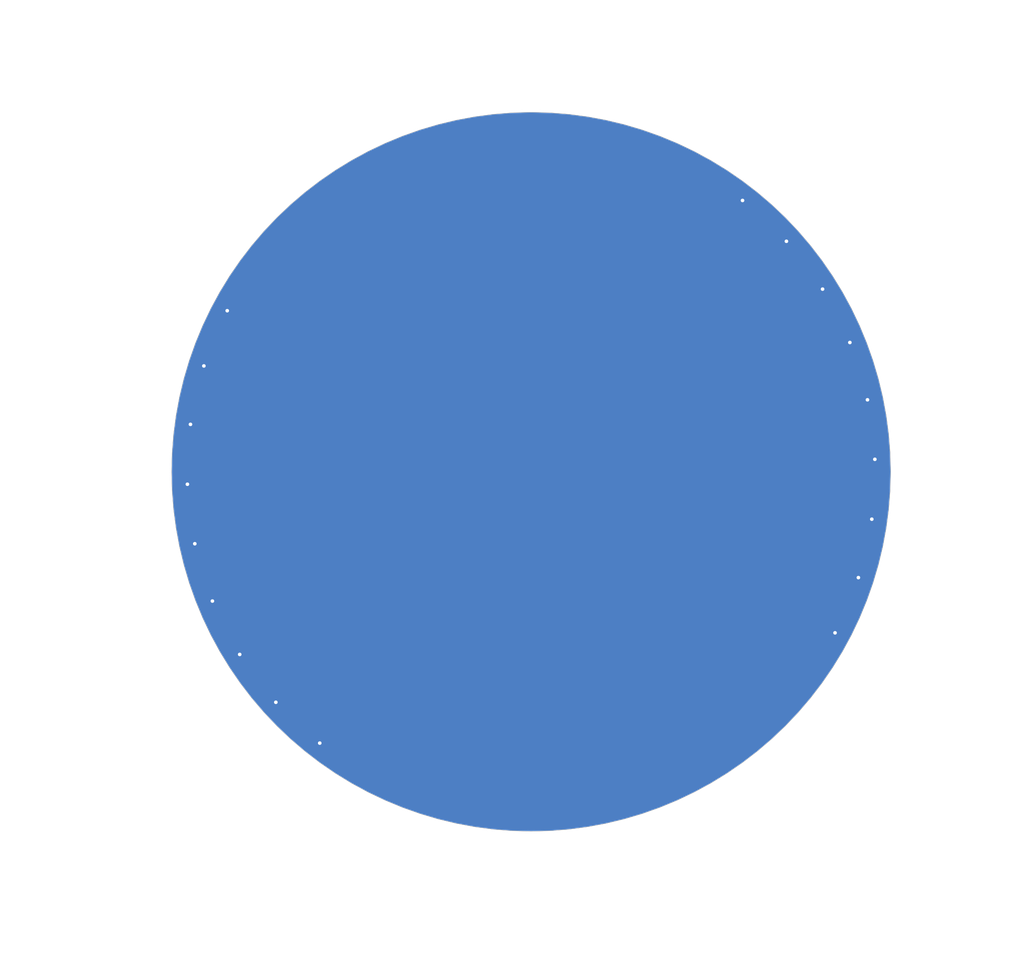
<source format=kicad_pcb>
(kicad_pcb (version 20211014) (generator pcbnew)
  (layers (0 "F.Cu" signal) (31 "B.Cu" signal) (34 "B.Paste" user) (35 "F.Paste" user) (36 "B.SilkS" user "B.Silkscreen") (37 "F.SilkS" user "F.Silkscreen") (38 "B.Mask" user) (39 "F.Mask" user) (44 "Edge.Cuts" user))
  (net 0 "")
  (net 1 "GND")
  (footprint "Mlab_Pin_Headers:SMD_1x1" (layer "F.Cu") (at 126.2668 83.866 -35)
    (fp_text reference "J1" hide)
    (fp_text value "HEADER_1x01" hide)
    (pad "1" smd rect locked (at 0 0 325) (size 4 1.2) (layers "F.Cu" "F.Paste" "F.Mask") (net 1 "GND"))
  )
  (gr_poly locked (pts (xy 142.093433 129.94519) (xy 144.181133 129.780883) (xy 146.257373 129.507484) (xy 148.316463 129.125885) (xy 150.35279 128.636985) (xy 152.360691 128.042282) (xy 154.33469 127.343185) (xy 156.269489 126.541786) (xy 158.159587 125.640289) (xy 159.999988 124.640983) (xy 161.785587 123.546783) (xy 163.511386 122.360687) (xy 165.172782 121.085784) (xy 166.765182 119.725784) (xy 168.284286 118.284286) (xy 169.725784 116.765182) (xy 171.085784 115.172782) (xy 172.360687 113.511386) (xy 173.546783 111.785587) (xy 174.640983 109.999988) (xy 175.640289 108.159587) (xy 176.541786 106.269489) (xy 177.343185 104.33469) (xy 178.042282 102.360691) (xy 178.636985 100.35279) (xy 179.125885 98.316463) (xy 179.507484 96.257373) (xy 179.780883 94.181133) (xy 179.94519 92.093433) (xy 179.999984 89.999992) (xy 179.94519 87.906551) (xy 179.780883 85.818851) (xy 179.507484 83.74261) (xy 179.125885 81.683523) (xy 178.636985 79.647193) (xy 178.042282 77.639295) (xy 177.343185 75.665296) (xy 176.541786 73.730495) (xy 175.640289 71.840396) (xy 174.640983 69.999996) (xy 173.546783 68.214395) (xy 172.360687 66.488595) (xy 171.085784 64.827197) (xy 169.725784 63.234798) (xy 168.284286 61.715698) (xy 166.765182 60.274198) (xy 165.172782 58.914197) (xy 163.511386 57.639299) (xy 161.785587 56.4532) (xy 159.999988 55.359) (xy 158.159587 54.359698) (xy 156.269489 53.458197) (xy 154.33469 52.656798) (xy 152.360691 51.957698) (xy 150.35279 51.362998) (xy 148.316463 50.874099) (xy 146.257373 50.4925) (xy 144.181133 50.2191) (xy 142.093433 50.054798) (xy 139.999992 50) (xy 137.906551 50.054798) (xy 135.818851 50.2191) (xy 133.74261 50.4925) (xy 131.683523 50.874099) (xy 129.647193 51.362998) (xy 127.639295 51.957698) (xy 125.665296 52.656798) (xy 123.730495 53.458197) (xy 121.840396 54.359698) (xy 119.999996 55.359) (xy 118.214395 56.4532) (xy 116.488595 57.639299) (xy 114.827197 58.914197) (xy 113.234798 60.274198) (xy 111.715698 61.715698) (xy 110.274198 63.234798) (xy 108.914197 64.827197) (xy 107.639299 66.488595) (xy 106.4532 68.214395) (xy 105.359 69.999996) (xy 104.359698 71.840396) (xy 103.458197 73.730495) (xy 102.656798 75.665296) (xy 101.957698 77.639295) (xy 101.362998 79.647193) (xy 100.874099 81.683523) (xy 100.4925 83.74261) (xy 100.2191 85.818851) (xy 100.054798 87.906551) (xy 100 89.999992) (xy 100.054798 92.093433) (xy 100.2191 94.181133) (xy 100.4925 96.257373) (xy 100.874099 98.316463) (xy 101.362998 100.35279) (xy 101.957698 102.360691) (xy 102.656798 104.33469) (xy 103.458197 106.269489) (xy 104.359698 108.159587) (xy 105.359 109.999988) (xy 106.4532 111.785587) (xy 107.639299 113.511386) (xy 108.914197 115.172782) (xy 110.274198 116.765182) (xy 111.715698 118.284286) (xy 113.234798 119.725784) (xy 114.827197 121.085784) (xy 116.488595 122.360687) (xy 118.214395 123.546783) (xy 119.999996 124.640983) (xy 121.840396 125.640289) (xy 123.730495 126.541786) (xy 125.665296 127.343185) (xy 127.639295 128.042282) (xy 129.647193 128.636985) (xy 131.683523 129.125885) (xy 133.74261 129.507484) (xy 135.818851 129.780883) (xy 137.906551 129.94519) (xy 139.999992 129.999984) (xy 142.093433 129.94519)) (layer "Edge.Cuts") (width 0.049999) (fill none))
  (via (at 106.190913 72.08187) (size 0.8) (drill 0.4) (layers "F.Cu" "B.Cu") (net 1))
  (via (at 178.238593 88.613013) (size 0.8) (drill 0.4) (layers "F.Cu" "B.Cu") (net 1))
  (via (at 176.406901 101.775027) (size 0.8) (drill 0.4) (layers "F.Cu" "B.Cu") (net 1))
  (via (at 107.577901 110.320463) (size 0.8) (drill 0.4) (layers "F.Cu" "B.Cu") (net 1))
  (via (at 102.101489 84.725854) (size 0.8) (drill 0.4) (layers "F.Cu" "B.Cu") (net 1))
  (via (at 103.593099 78.224973) (size 0.8) (drill 0.4) (layers "F.Cu" "B.Cu") (net 1))
  (via (at 111.599076 115.641788) (size 0.8) (drill 0.4) (layers "F.Cu" "B.Cu") (net 1))
  (via (at 177.898511 95.274146) (size 0.8) (drill 0.4) (layers "F.Cu" "B.Cu") (net 1))
  (via (at 168.400924 64.358212) (size 0.8) (drill 0.4) (layers "F.Cu" "B.Cu") (net 1))
  (via (at 177.416815 81.994022) (size 0.8) (drill 0.4) (layers "F.Cu" "B.Cu") (net 1))
  (via (at 104.541854 104.381711) (size 0.8) (drill 0.4) (layers "F.Cu" "B.Cu") (net 1))
  (via (at 175.458146 75.618289) (size 0.8) (drill 0.4) (layers "F.Cu" "B.Cu") (net 1))
  (via (at 116.4832 120.184) (size 0.8) (drill 0.4) (layers "F.Cu" "B.Cu") (net 1))
  (via (at 101.761407 91.386987) (size 0.8) (drill 0.4) (layers "F.Cu" "B.Cu") (net 1))
  (via (at 163.5168 59.816) (size 0.8) (drill 0.4) (layers "F.Cu" "B.Cu") (net 1))
  (via (at 173.809087 107.91813) (size 0.8) (drill 0.4) (layers "F.Cu" "B.Cu") (net 1))
  (via (at 172.422099 69.679537) (size 0.8) (drill 0.4) (layers "F.Cu" "B.Cu") (net 1))
  (via (at 102.583185 98.005978) (size 0.8) (drill 0.4) (layers "F.Cu" "B.Cu") (net 1))
  (zone (net 1) (net_name "GND") (layers F&B.Cu) (connect_pads yes (clearance 0)) (min_thickness 0.3) (fill yes (thermal_gap 0.508) (thermal_bridge_width 0.508))
    (polygon (pts (xy 192.0368 140.766) (xy 91.9608 137.591) (xy 89.1668 42.087) (xy 89.2938 42.087) (xy 186.8298 41.579)))
  )
)
</source>
